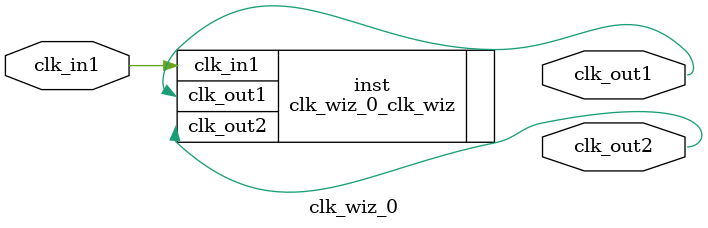
<source format=v>


`timescale 1ps/1ps

(* CORE_GENERATION_INFO = "clk_wiz_0,clk_wiz_v6_0_8_0_0,{component_name=clk_wiz_0,use_phase_alignment=true,use_min_o_jitter=false,use_max_i_jitter=false,use_dyn_phase_shift=false,use_inclk_switchover=false,use_dyn_reconfig=false,enable_axi=0,feedback_source=FDBK_AUTO,PRIMITIVE=MMCM,num_out_clk=2,clkin1_period=10.000,clkin2_period=10.000,use_power_down=false,use_reset=false,use_locked=false,use_inclk_stopped=false,feedback_type=SINGLE,CLOCK_MGR_TYPE=NA,manual_override=false}" *)

module clk_wiz_0 
 (
  // Clock out ports
  output        clk_out1,
  output        clk_out2,
 // Clock in ports
  input         clk_in1
 );

  clk_wiz_0_clk_wiz inst
  (
  // Clock out ports  
  .clk_out1(clk_out1),
  .clk_out2(clk_out2),
 // Clock in ports
  .clk_in1(clk_in1)
  );

endmodule

</source>
